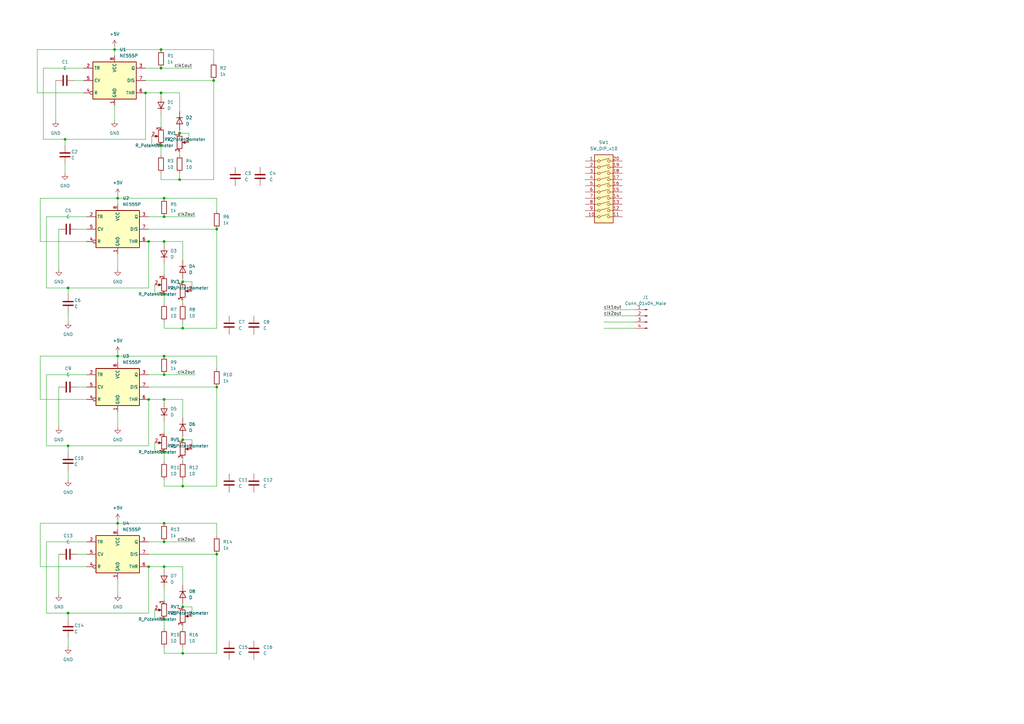
<source format=kicad_sch>
(kicad_sch (version 20211123) (generator eeschema)
  (paper "A3")
  (lib_symbols
    (symbol "4xxx:4001" (pin_names (offset 1.016))
      (property "Reference" "U" (at 0 1.27 0))
      (property "Value" "4001" (at 0 -1.27 0))
      (symbol "4001_1_1"
        (pin input line (at -7.62 2.54 0) (length 4.318) (name "~") (number "1"))
        (pin input line (at -7.62 -2.54 0) (length 4.318) (name "~") (number "2"))
        (pin output inverted (at 7.62 0 180) (length 3.81) (name "~") (number "3"))
      )
      (symbol "4001_1_2"
        (pin input inverted (at -7.62 2.54 0) (length 3.81) (name "~") (number "1"))
        (pin input inverted (at -7.62 -2.54 0) (length 3.81) (name "~") (number "2"))
        (pin output line (at 7.62 0 180) (length 3.81) (name "~") (number "3"))
      )
      (symbol "4001_2_1"
        (pin output inverted (at 7.62 0 180) (length 3.81) (name "~") (number "4"))
        (pin input line (at -7.62 2.54 0) (length 4.318) (name "~") (number "5"))
        (pin input line (at -7.62 -2.54 0) (length 4.318) (name "~") (number "6"))
      )
      (symbol "4001_2_2"
        (pin output line (at 7.62 0 180) (length 3.81) (name "~") (number "4"))
        (pin input inverted (at -7.62 2.54 0) (length 3.81) (name "~") (number "5"))
        (pin input inverted (at -7.62 -2.54 0) (length 3.81) (name "~") (number "6"))
      )
      (symbol "4001_3_1"
        (pin output inverted (at 7.62 0 180) (length 3.81) (name "~") (number "10"))
        (pin input line (at -7.62 2.54 0) (length 4.318) (name "~") (number "8"))
        (pin input line (at -7.62 -2.54 0) (length 4.318) (name "~") (number "9"))
      )
      (symbol "4001_3_2"
        (pin output line (at 7.62 0 180) (length 3.81) (name "~") (number "10"))
        (pin input inverted (at -7.62 2.54 0) (length 3.81) (name "~") (number "8"))
        (pin input inverted (at -7.62 -2.54 0) (length 3.81) (name "~") (number "9"))
      )
      (symbol "4001_4_1"
        (pin output inverted (at 7.62 0 180) (length 3.81) (name "~") (number "11"))
        (pin input line (at -7.62 2.54 0) (length 4.318) (name "~") (number "12"))
        (pin input line (at -7.62 -2.54 0) (length 4.318) (name "~") (number "13"))
      )
      (symbol "4001_4_2"
        (pin output line (at 7.62 0 180) (length 3.81) (name "~") (number "11"))
        (pin input inverted (at -7.62 2.54 0) (length 3.81) (name "~") (number "12"))
        (pin input inverted (at -7.62 -2.54 0) (length 3.81) (name "~") (number "13"))
      )
      (symbol "4001_5_0"
        (pin power_in line (at 0 12.7 270) (length 5.08) (name "VDD") (number "14"))
        (pin power_in line (at 0 -12.7 90) (length 5.08) (name "VSS") (number "7"))
      )
    )
    (symbol "4xxx:4011" (pin_names (offset 1.016))
      (property "Reference" "U" (at 0 1.27 0))
      (property "Value" "4011" (at 0 -1.27 0))
      (symbol "4011_1_1"
        (pin input line (at -7.62 2.54 0) (length 3.81) (name "~") (number "1"))
        (pin input line (at -7.62 -2.54 0) (length 3.81) (name "~") (number "2"))
        (pin output inverted (at 7.62 0 180) (length 3.81) (name "~") (number "3"))
      )
      (symbol "4011_1_2"
        (pin input inverted (at -7.62 2.54 0) (length 4.318) (name "~") (number "1"))
        (pin input inverted (at -7.62 -2.54 0) (length 4.318) (name "~") (number "2"))
        (pin output line (at 7.62 0 180) (length 3.81) (name "~") (number "3"))
      )
      (symbol "4011_2_1"
        (pin output inverted (at 7.62 0 180) (length 3.81) (name "~") (number "4"))
        (pin input line (at -7.62 2.54 0) (length 3.81) (name "~") (number "5"))
        (pin input line (at -7.62 -2.54 0) (length 3.81) (name "~") (number "6"))
      )
      (symbol "4011_2_2"
        (pin output line (at 7.62 0 180) (length 3.81) (name "~") (number "4"))
        (pin input inverted (at -7.62 2.54 0) (length 4.318) (name "~") (number "5"))
        (pin input inverted (at -7.62 -2.54 0) (length 4.318) (name "~") (number "6"))
      )
      (symbol "4011_3_1"
        (pin output inverted (at 7.62 0 180) (length 3.81) (name "~") (number "10"))
        (pin input line (at -7.62 2.54 0) (length 3.81) (name "~") (number "8"))
        (pin input line (at -7.62 -2.54 0) (length 3.81) (name "~") (number "9"))
      )
      (symbol "4011_3_2"
        (pin output line (at 7.62 0 180) (length 3.81) (name "~") (number "10"))
        (pin input inverted (at -7.62 2.54 0) (length 4.318) (name "~") (number "8"))
        (pin input inverted (at -7.62 -2.54 0) (length 4.318) (name "~") (number "9"))
      )
      (symbol "4011_4_1"
        (pin output inverted (at 7.62 0 180) (length 3.81) (name "~") (number "11"))
        (pin input line (at -7.62 2.54 0) (length 3.81) (name "~") (number "12"))
        (pin input line (at -7.62 -2.54 0) (length 3.81) (name "~") (number "13"))
      )
      (symbol "4011_4_2"
        (pin output line (at 7.62 0 180) (length 3.81) (name "~") (number "11"))
        (pin input inverted (at -7.62 2.54 0) (length 4.318) (name "~") (number "12"))
        (pin input inverted (at -7.62 -2.54 0) (length 4.318) (name "~") (number "13"))
      )
      (symbol "4011_5_0"
        (pin power_in line (at 0 12.7 270) (length 5.08) (name "VDD") (number "14"))
        (pin power_in line (at 0 -12.7 90) (length 5.08) (name "VSS") (number "7"))
      )
    )
    (symbol "4xxx:4017" (pin_names (offset 1.016))
      (property "Reference" "U" (at -7.62 16.51 0))
      (property "Value" "4017" (at -7.62 -19.05 0))
      (symbol "4017_1_0"
        (pin output line (at 12.7 0 180) (length 5.08) (name "Q5") (number "1"))
        (pin output line (at 12.7 2.54 180) (length 5.08) (name "Q4") (number "10"))
        (pin output line (at 12.7 -10.16 180) (length 5.08) (name "Q9") (number "11"))
        (pin output line (at 12.7 -15.24 180) (length 5.08) (name "Cout") (number "12"))
        (pin input inverted (at -12.7 10.16 0) (length 5.08) (name "CKEN") (number "13"))
        (pin input clock (at -12.7 12.7 0) (length 5.08) (name "CLK") (number "14"))
        (pin input line (at -12.7 5.08 0) (length 5.08) (name "Reset") (number "15"))
        (pin power_in line (at 0 20.32 270) (length 5.08) (name "VDD") (number "16"))
        (pin output line (at 12.7 10.16 180) (length 5.08) (name "Q1") (number "2"))
        (pin output line (at 12.7 12.7 180) (length 5.08) (name "Q0") (number "3"))
        (pin output line (at 12.7 7.62 180) (length 5.08) (name "Q2") (number "4"))
        (pin output line (at 12.7 -2.54 180) (length 5.08) (name "Q6") (number "5"))
        (pin output line (at 12.7 -5.08 180) (length 5.08) (name "Q7") (number "6"))
        (pin output line (at 12.7 5.08 180) (length 5.08) (name "Q3") (number "7"))
        (pin power_in line (at 0 -22.86 90) (length 5.08) (name "VSS") (number "8"))
        (pin output line (at 12.7 -7.62 180) (length 5.08) (name "Q8") (number "9"))
      )
    )
    (symbol "4xxx:4020" (pin_names (offset 1.016))
      (property "Reference" "U" (at -7.62 16.51 0))
      (property "Value" "4020" (at -7.62 -19.05 0))
      (symbol "4020_1_0"
        (pin output line (at 12.7 -10.16 180) (length 5.08) (name "Q11") (number "1"))
        (pin input inverted_clock (at -12.7 12.7 0) (length 5.08) (name "CLK") (number "10"))
        (pin input line (at -12.7 7.62 0) (length 5.08) (name "Reset") (number "11"))
        (pin output line (at 12.7 -2.54 180) (length 5.08) (name "Q8") (number "12"))
        (pin output line (at 12.7 0 180) (length 5.08) (name "Q7") (number "13"))
        (pin output line (at 12.7 -5.08 180) (length 5.08) (name "Q9") (number "14"))
        (pin output line (at 12.7 -7.62 180) (length 5.08) (name "Q10") (number "15"))
        (pin power_in line (at 0 20.32 270) (length 5.08) (name "VDD") (number "16"))
        (pin output line (at 12.7 -12.7 180) (length 5.08) (name "Q12") (number "2"))
        (pin output line (at 12.7 -15.24 180) (length 5.08) (name "Q13") (number "3"))
        (pin output line (at 12.7 5.08 180) (length 5.08) (name "Q5") (number "4"))
        (pin output line (at 12.7 7.62 180) (length 5.08) (name "Q4") (number "5"))
        (pin output line (at 12.7 2.54 180) (length 5.08) (name "Q6") (number "6"))
        (pin output line (at 12.7 10.16 180) (length 5.08) (name "Q3") (number "7"))
        (pin power_in line (at 0 -22.86 90) (length 5.08) (name "VSS") (number "8"))
        (pin output line (at 12.7 12.7 180) (length 5.08) (name "Q0") (number "9"))
      )
    )
    (symbol "4xxx:4076" (pin_names (offset 1.016))
      (property "Reference" "U" (at -7.62 16.51 0))
      (property "Value" "4076" (at -7.62 -19.05 0))
      (symbol "4076_1_0"
        (pin input line (at -12.7 0 0) (length 5.08) (name "M") (number "1"))
        (pin input line (at -12.7 -7.62 0) (length 5.08) (name "G2") (number "10"))
        (pin tri_state line (at 12.7 5.08 180) (length 5.08) (name "Q4") (number "11"))
        (pin tri_state line (at 12.7 7.62 180) (length 5.08) (name "Q3") (number "12"))
        (pin tri_state line (at 12.7 10.16 180) (length 5.08) (name "Q2") (number "13"))
        (pin tri_state line (at 12.7 12.7 180) (length 5.08) (name "Q1") (number "14"))
        (pin input line (at -12.7 -13.97 0) (length 5.08) (name "Reset") (number "15"))
        (pin power_in line (at 0 20.32 270) (length 5.08) (name "VCC") (number "16"))
        (pin input line (at -12.7 -2.54 0) (length 5.08) (name "N") (number "2"))
        (pin input line (at -12.7 12.7 0) (length 5.08) (name "D1") (number "3"))
        (pin input line (at -12.7 10.16 0) (length 5.08) (name "D2") (number "4"))
        (pin input line (at -12.7 7.62 0) (length 5.08) (name "D3") (number "5"))
        (pin tri_state line (at -12.7 5.08 0) (length 5.08) (name "D4") (number "6"))
        (pin input clock (at -12.7 -11.43 0) (length 5.08) (name "Clk") (number "7"))
        (pin power_in line (at 0 -22.86 90) (length 5.08) (name "GND") (number "8"))
        (pin input line (at -12.7 -5.08 0) (length 5.08) (name "G1") (number "9"))
      )
    )
    (symbol "74xx:74HC240"
      (property "Reference" "U" (at -7.62 16.51 0))
      (property "Value" "74HC240" (at -7.62 -16.51 0))
      (symbol "74HC240_1_0"
        (pin input inverted (at -12.7 -10.16 0) (length 5.08) (name "1OE") (number "1"))
        (pin power_in line (at 0 -20.32 90) (length 5.08) (name "GND") (number "10"))
        (pin input line (at -12.7 -5.08 0) (length 5.08) (name "2A3") (number "11"))
        (pin tri_state line (at 12.7 5.08 180) (length 5.08) (name "1Y3") (number "12"))
        (pin input line (at -12.7 -2.54 0) (length 5.08) (name "2A2") (number "13"))
        (pin tri_state line (at 12.7 7.62 180) (length 5.08) (name "1Y2") (number "14"))
        (pin input line (at -12.7 0 0) (length 5.08) (name "2A1") (number "15"))
        (pin tri_state line (at 12.7 10.16 180) (length 5.08) (name "1Y1") (number "16"))
        (pin input line (at -12.7 2.54 0) (length 5.08) (name "2A0") (number "17"))
        (pin tri_state line (at 12.7 12.7 180) (length 5.08) (name "1Y0") (number "18"))
        (pin input inverted (at -12.7 -12.7 0) (length 5.08) (name "2OE") (number "19"))
        (pin input line (at -12.7 12.7 0) (length 5.08) (name "1A0") (number "2"))
        (pin power_in line (at 0 20.32 270) (length 5.08) (name "VCC") (number "20"))
        (pin tri_state line (at 12.7 2.54 180) (length 5.08) (name "2Y0") (number "3"))
        (pin input line (at -12.7 10.16 0) (length 5.08) (name "1A1") (number "4"))
        (pin tri_state line (at 12.7 0 180) (length 5.08) (name "2Y1") (number "5"))
        (pin input line (at -12.7 7.62 0) (length 5.08) (name "1A2") (number "6"))
        (pin tri_state line (at 12.7 -2.54 180) (length 5.08) (name "2Y2") (number "7"))
        (pin input line (at -12.7 5.08 0) (length 5.08) (name "1A3") (number "8"))
        (pin tri_state line (at 12.7 -5.08 180) (length 5.08) (name "2Y3") (number "9"))
      )
    )
    (symbol "Connector:Conn_01x04_Male" (pin_names (offset 1.016) hide)
      (property "Reference" "J" (at 0 5.08 0))
      (property "Value" "Conn_01x04_Male" (at 0 -7.62 0))
      (symbol "Conn_01x04_Male_1_1"
        (pin passive line (at 5.08 2.54 180) (length 3.81) (name "Pin_1") (number "1"))
        (pin passive line (at 5.08 0 180) (length 3.81) (name "Pin_2") (number "2"))
        (pin passive line (at 5.08 -2.54 180) (length 3.81) (name "Pin_3") (number "3"))
        (pin passive line (at 5.08 -5.08 180) (length 3.81) (name "Pin_4") (number "4"))
      )
    )
    (symbol "Device:C" (pin_numbers hide) (pin_names (offset 0.254))
      (property "Reference" "C" (at 0.635 2.54 0))
      (property "Value" "C" (at 0.635 -2.54 0))
      (symbol "C_1_1"
        (pin passive line (at 0 3.81 270) (length 2.794) (name "~") (number "1"))
        (pin passive line (at 0 -3.81 90) (length 2.794) (name "~") (number "2"))
      )
    )
    (symbol "Device:D" (pin_numbers hide) (pin_names (offset 1.016) hide)
      (property "Reference" "D" (at 0 2.54 0))
      (property "Value" "D" (at 0 -2.54 0))
      (symbol "D_1_1"
        (pin passive line (at -3.81 0 0) (length 2.54) (name "K") (number "1"))
        (pin passive line (at 3.81 0 180) (length 2.54) (name "A") (number "2"))
      )
    )
    (symbol "Device:R" (pin_numbers hide) (pin_names (offset 0))
      (property "Reference" "R" (at 2.032 0 90))
      (property "Value" "R" (at 0 0 90))
      (symbol "R_1_1"
        (pin passive line (at 0 3.81 270) (length 1.27) (name "~") (number "1"))
        (pin passive line (at 0 -3.81 90) (length 1.27) (name "~") (number "2"))
      )
    )
    (symbol "Device:R_Potentiometer" (pin_names (offset 1.016) hide)
      (property "Reference" "RV" (at -4.445 0 90))
      (property "Value" "R_Potentiometer" (at -2.54 0 90))
      (symbol "R_Potentiometer_1_1"
        (pin passive line (at 0 3.81 270) (length 1.27) (name "1") (number "1"))
        (pin passive line (at 3.81 0 180) (length 1.27) (name "2") (number "2"))
        (pin passive line (at 0 -3.81 90) (length 1.27) (name "3") (number "3"))
      )
    )
    (symbol "Switch:SW_DIP_x10" (pin_names (offset 0) hide)
      (property "Reference" "SW" (at 0 16.51 0))
      (property "Value" "SW_DIP_x10" (at 0 -13.97 0))
      (symbol "SW_DIP_x10_1_1"
        (pin passive line (at -7.62 12.7 0) (length 5.08) (name "~") (number "1"))
        (pin passive line (at -7.62 -10.16 0) (length 5.08) (name "~") (number "10"))
        (pin passive line (at 7.62 -10.16 180) (length 5.08) (name "~") (number "11"))
        (pin passive line (at 7.62 -7.62 180) (length 5.08) (name "~") (number "12"))
        (pin passive line (at 7.62 -5.08 180) (length 5.08) (name "~") (number "13"))
        (pin passive line (at 7.62 -2.54 180) (length 5.08) (name "~") (number "14"))
        (pin passive line (at 7.62 0 180) (length 5.08) (name "~") (number "15"))
        (pin passive line (at 7.62 2.54 180) (length 5.08) (name "~") (number "16"))
        (pin passive line (at 7.62 5.08 180) (length 5.08) (name "~") (number "17"))
        (pin passive line (at 7.62 7.62 180) (length 5.08) (name "~") (number "18"))
        (pin passive line (at 7.62 10.16 180) (length 5.08) (name "~") (number "19"))
        (pin passive line (at -7.62 10.16 0) (length 5.08) (name "~") (number "2"))
        (pin passive line (at 7.62 12.7 180) (length 5.08) (name "~") (number "20"))
        (pin passive line (at -7.62 7.62 0) (length 5.08) (name "~") (number "3"))
        (pin passive line (at -7.62 5.08 0) (length 5.08) (name "~") (number "4"))
        (pin passive line (at -7.62 2.54 0) (length 5.08) (name "~") (number "5"))
        (pin passive line (at -7.62 0 0) (length 5.08) (name "~") (number "6"))
        (pin passive line (at -7.62 -2.54 0) (length 5.08) (name "~") (number "7"))
        (pin passive line (at -7.62 -5.08 0) (length 5.08) (name "~") (number "8"))
        (pin passive line (at -7.62 -7.62 0) (length 5.08) (name "~") (number "9"))
      )
    )
    (symbol "Timer:NE555P"
      (property "Reference" "U" (at -10.16 8.89 0))
      (property "Value" "NE555P" (at 2.54 8.89 0))
      (symbol "NE555P_0_0"
        (pin power_in line (at 0 -10.16 90) (length 2.54) (name "GND") (number "1"))
        (pin power_in line (at 0 10.16 270) (length 2.54) (name "VCC") (number "8"))
      )
      (symbol "NE555P_1_1"
        (pin input line (at -12.7 5.08 0) (length 3.81) (name "TR") (number "2"))
        (pin output line (at 12.7 5.08 180) (length 3.81) (name "Q") (number "3"))
        (pin input inverted (at -12.7 -5.08 0) (length 3.81) (name "R") (number "4"))
        (pin input line (at -12.7 0 0) (length 3.81) (name "CV") (number "5"))
        (pin input line (at 12.7 -5.08 180) (length 3.81) (name "THR") (number "6"))
        (pin input line (at 12.7 0 180) (length 3.81) (name "DIS") (number "7"))
      )
    )
    (symbol "power:+5V" (power) (pin_names (offset 0))
      (property "Value" "+5V" (at 0 3.556 0))
      (symbol "+5V_1_1"
        (pin power_in line (at 0 0 90) (length 0) hide (name "+5V") (number "1"))
      )
    )
    (symbol "power:GND" (power) (pin_names (offset 0))
      (property "Value" "GND" (at 0 -3.81 0))
      (symbol "GND_1_1"
        (pin power_in line (at 0 0 270) (length 0) hide (name "GND") (number "1"))
      )
    )
  )
  (junction (at 449.58 430.53))
  (junction (at 27.94 182.88))
  (junction (at 67.31 120.65))
  (junction (at 48.26 214.63))
  (junction (at 27.94 251.46))
  (junction (at 66.04 27.94))
  (junction (at 73.66 54.61))
  (junction (at 48.26 146.05))
  (junction (at 67.31 232.41))
  (junction (at 60.96 232.41))
  (junction (at 67.31 163.83))
  (junction (at 59.69 38.1))
  (junction (at 73.66 73.66))
  (junction (at 67.31 146.05))
  (junction (at 87.63 33.02))
  (junction (at 444.5 381))
  (junction (at 67.31 214.63))
  (junction (at 88.9 158.75))
  (junction (at 449.58 433.07))
  (junction (at 67.31 254))
  (junction (at 67.31 88.9))
  (junction (at 74.93 248.92))
  (junction (at 60.96 99.06))
  (junction (at 88.9 93.98))
  (junction (at 406.4 471.17))
  (junction (at 74.93 199.39))
  (junction (at 60.96 163.83))
  (junction (at 67.31 222.25))
  (junction (at 74.93 267.97))
  (junction (at 46.99 20.32))
  (junction (at 66.04 59.69))
  (junction (at 66.04 20.32))
  (junction (at 67.31 99.06))
  (junction (at 74.93 180.34))
  (junction (at 384.81 396.24))
  (junction (at 26.67 57.15))
  (junction (at 48.26 81.28))
  (junction (at 67.31 153.67))
  (junction (at 67.31 81.28))
  (junction (at 429.26 378.46))
  (junction (at 27.94 118.11))
  (junction (at 66.04 38.1))
  (junction (at 74.93 115.57))
  (junction (at 67.31 185.42))
  (junction (at 88.9 227.33))
  (junction (at 449.58 427.99))
  (junction (at 74.93 134.62))
  (wire (pts (xy 429.26 378.46) (xy 449.58 378.46)))
  (wire (pts (xy 449.58 427.99) (xy 449.58 430.53)))
  (wire (pts (xy 27.94 261.62) (xy 27.94 265.43)))
  (wire (pts (xy 77.47 58.42) (xy 77.47 54.61)))
  (wire (pts (xy 16.51 99.06) (xy 16.51 81.28)))
  (wire (pts (xy 77.47 54.61) (xy 73.66 54.61)))
  (wire (pts (xy 67.31 134.62) (xy 74.93 134.62)))
  (wire (pts (xy 19.05 153.67) (xy 35.56 153.67)))
  (wire (pts (xy 74.93 114.3) (xy 74.93 115.57)))
  (wire (pts (xy 17.78 27.94) (xy 34.29 27.94)))
  (wire (pts (xy 59.69 27.94) (xy 66.04 27.94)))
  (wire (pts (xy 443.23 441.96) (xy 449.58 441.96)))
  (wire (pts (xy 46.99 20.32) (xy 66.04 20.32)))
  (wire (pts (xy 405.13 459.74) (xy 405.13 461.01)))
  (wire (pts (xy 26.67 57.15) (xy 17.78 57.15)))
  (wire (pts (xy 74.93 132.08) (xy 74.93 134.62)))
  (wire (pts (xy 26.67 57.15) (xy 26.67 59.69)))
  (wire (pts (xy 31.75 158.75) (xy 35.56 158.75)))
  (wire (pts (xy 406.4 471.17) (xy 411.48 471.17)))
  (wire (pts (xy 480.06 415.29) (xy 474.98 415.29)))
  (wire (pts (xy 74.93 134.62) (xy 88.9 134.62)))
  (wire (pts (xy 66.04 59.69) (xy 66.04 63.5)))
  (wire (pts (xy 34.29 38.1) (xy 15.24 38.1)))
  (wire (pts (xy 67.31 146.05) (xy 88.9 146.05)))
  (wire (pts (xy 377.19 396.24) (xy 384.81 396.24)))
  (wire (pts (xy 520.7 406.4) (xy 520.7 410.21)))
  (wire (pts (xy 449.58 433.07) (xy 449.58 435.61)))
  (wire (pts (xy 67.31 153.67) (xy 80.01 153.67)))
  (wire (pts (xy 60.96 227.33) (xy 88.9 227.33)))
  (wire (pts (xy 78.74 248.92) (xy 74.93 248.92)))
  (wire (pts (xy 67.31 99.06) (xy 67.31 100.33)))
  (wire (pts (xy 27.94 182.88) (xy 27.94 185.42)))
  (wire (pts (xy 74.93 267.97) (xy 88.9 267.97)))
  (wire (pts (xy 66.04 20.32) (xy 87.63 20.32)))
  (wire (pts (xy 67.31 232.41) (xy 67.31 233.68)))
  (wire (pts (xy 74.93 199.39) (xy 88.9 199.39)))
  (wire (pts (xy 46.99 19.05) (xy 46.99 20.32)))
  (wire (pts (xy 46.99 20.32) (xy 46.99 22.86)))
  (wire (pts (xy 48.26 237.49) (xy 48.26 243.84)))
  (wire (pts (xy 462.28 388.62) (xy 462.28 394.97)))
  (wire (pts (xy 48.26 168.91) (xy 48.26 175.26)))
  (wire (pts (xy 66.04 38.1) (xy 73.66 38.1)))
  (wire (pts (xy 260.35 134.62) (xy 247.65 134.62)))
  (wire (pts (xy 60.96 163.83) (xy 67.31 163.83)))
  (wire (pts (xy 60.96 99.06) (xy 67.31 99.06)))
  (wire (pts (xy 66.04 73.66) (xy 73.66 73.66)))
  (wire (pts (xy 62.23 55.88) (xy 62.23 59.69)))
  (wire (pts (xy 63.5 250.19) (xy 63.5 254)))
  (wire (pts (xy 424.18 445.77) (xy 424.18 449.58)))
  (wire (pts (xy 87.63 25.4) (xy 87.63 20.32)))
  (wire (pts (xy 443.23 427.99) (xy 443.23 429.26)))
  (wire (pts (xy 30.48 33.02) (xy 34.29 33.02)))
  (wire (pts (xy 436.88 381) (xy 444.5 381)))
  (wire (pts (xy 35.56 163.83) (xy 16.51 163.83)))
  (wire (pts (xy 67.31 163.83) (xy 74.93 163.83)))
  (wire (pts (xy 27.94 128.27) (xy 27.94 132.08)))
  (wire (pts (xy 27.94 251.46) (xy 60.96 251.46)))
  (wire (pts (xy 48.26 214.63) (xy 67.31 214.63)))
  (wire (pts (xy 67.31 120.65) (xy 67.31 124.46)))
  (wire (pts (xy 67.31 196.85) (xy 67.31 199.39)))
  (wire (pts (xy 27.94 118.11) (xy 19.05 118.11)))
  (wire (pts (xy 63.5 120.65) (xy 67.31 120.65)))
  (wire (pts (xy 48.26 214.63) (xy 48.26 217.17)))
  (wire (pts (xy 59.69 38.1) (xy 59.69 57.15)))
  (wire (pts (xy 27.94 118.11) (xy 60.96 118.11)))
  (wire (pts (xy 411.48 464.82) (xy 411.48 471.17)))
  (wire (pts (xy 260.35 127) (xy 247.65 127)))
  (wire (pts (xy 19.05 182.88) (xy 19.05 153.67)))
  (wire (pts (xy 19.05 88.9) (xy 35.56 88.9)))
  (wire (pts (xy 462.28 450.85) (xy 462.28 457.2)))
  (wire (pts (xy 66.04 46.99) (xy 66.04 52.07)))
  (wire (pts (xy 405.13 459.74) (xy 411.48 459.74)))
  (wire (pts (xy 74.93 196.85) (xy 74.93 199.39)))
  (wire (pts (xy 66.04 71.12) (xy 66.04 73.66)))
  (wire (pts (xy 480.06 417.83) (xy 474.98 417.83)))
  (wire (pts (xy 31.75 227.33) (xy 35.56 227.33)))
  (wire (pts (xy 449.58 430.53) (xy 449.58 433.07)))
  (wire (pts (xy 27.94 182.88) (xy 60.96 182.88)))
  (wire (pts (xy 48.26 81.28) (xy 48.26 83.82)))
  (wire (pts (xy 520.7 435.61) (xy 520.7 441.96)))
  (wire (pts (xy 402.59 420.37) (xy 402.59 426.72)))
  (wire (pts (xy 46.99 43.18) (xy 46.99 49.53)))
  (wire (pts (xy 73.66 71.12) (xy 73.66 73.66)))
  (wire (pts (xy 444.5 388.62) (xy 444.5 389.89)))
  (wire (pts (xy 62.23 59.69) (xy 66.04 59.69)))
  (wire (pts (xy 27.94 251.46) (xy 19.05 251.46)))
  (wire (pts (xy 17.78 57.15) (xy 17.78 27.94)))
  (wire (pts (xy 15.24 38.1) (xy 15.24 20.32)))
  (wire (pts (xy 59.69 38.1) (xy 66.04 38.1)))
  (wire (pts (xy 78.74 184.15) (xy 78.74 180.34)))
  (wire (pts (xy 429.26 386.08) (xy 429.26 387.35)))
  (wire (pts (xy 16.51 214.63) (xy 48.26 214.63)))
  (wire (pts (xy 67.31 99.06) (xy 74.93 99.06)))
  (wire (pts (xy 74.93 247.65) (xy 74.93 248.92)))
  (wire (pts (xy 480.06 422.91) (xy 474.98 422.91)))
  (wire (pts (xy 15.24 20.32) (xy 46.99 20.32)))
  (wire (pts (xy 88.9 93.98) (xy 88.9 134.62)))
  (wire (pts (xy 444.5 381) (xy 449.58 381)))
  (wire (pts (xy 260.35 132.08) (xy 247.65 132.08)))
  (wire (pts (xy 384.81 396.24) (xy 389.89 396.24)))
  (wire (pts (xy 63.5 185.42) (xy 67.31 185.42)))
  (wire (pts (xy 67.31 241.3) (xy 67.31 246.38)))
  (wire (pts (xy 60.96 153.67) (xy 67.31 153.67)))
  (wire (pts (xy 389.89 389.89) (xy 389.89 396.24)))
  (wire (pts (xy 35.56 99.06) (xy 16.51 99.06)))
  (wire (pts (xy 444.5 417.83) (xy 449.58 417.83)))
  (wire (pts (xy 384.81 403.86) (xy 384.81 405.13)))
  (wire (pts (xy 19.05 118.11) (xy 19.05 88.9)))
  (wire (pts (xy 74.93 240.03) (xy 74.93 232.41)))
  (wire (pts (xy 480.06 420.37) (xy 474.98 420.37)))
  (wire (pts (xy 66.04 38.1) (xy 66.04 39.37)))
  (wire (pts (xy 16.51 163.83) (xy 16.51 146.05)))
  (wire (pts (xy 78.74 180.34) (xy 74.93 180.34)))
  (wire (pts (xy 16.51 232.41) (xy 16.51 214.63)))
  (wire (pts (xy 60.96 222.25) (xy 67.31 222.25)))
  (wire (pts (xy 48.26 104.14) (xy 48.26 110.49)))
  (wire (pts (xy 499.11 435.61) (xy 499.11 441.96)))
  (wire (pts (xy 60.96 232.41) (xy 60.96 251.46)))
  (wire (pts (xy 421.64 378.46) (xy 429.26 378.46)))
  (wire (pts (xy 443.23 427.99) (xy 449.58 427.99)))
  (wire (pts (xy 16.51 81.28) (xy 48.26 81.28)))
  (wire (pts (xy 73.66 73.66) (xy 87.63 73.66)))
  (wire (pts (xy 67.31 267.97) (xy 74.93 267.97)))
  (wire (pts (xy 24.13 227.33) (xy 24.13 243.84)))
  (wire (pts (xy 67.31 88.9) (xy 80.01 88.9)))
  (wire (pts (xy 60.96 93.98) (xy 88.9 93.98)))
  (wire (pts (xy 74.93 106.68) (xy 74.93 99.06)))
  (wire (pts (xy 59.69 33.02) (xy 87.63 33.02)))
  (wire (pts (xy 74.93 256.54) (xy 74.93 257.81)))
  (wire (pts (xy 444.5 422.91) (xy 449.58 422.91)))
  (wire (pts (xy 48.26 80.01) (xy 48.26 81.28)))
  (wire (pts (xy 73.66 62.23) (xy 73.66 63.5)))
  (wire (pts (xy 402.59 373.38) (xy 402.59 377.19)))
  (wire (pts (xy 444.5 415.29) (xy 449.58 415.29)))
  (wire (pts (xy 67.31 265.43) (xy 67.31 267.97)))
  (wire (pts (xy 87.63 33.02) (xy 87.63 73.66)))
  (wire (pts (xy 88.9 151.13) (xy 88.9 146.05)))
  (wire (pts (xy 26.67 57.15) (xy 59.69 57.15)))
  (wire (pts (xy 35.56 232.41) (xy 16.51 232.41)))
  (wire (pts (xy 60.96 232.41) (xy 67.31 232.41)))
  (wire (pts (xy 499.11 406.4) (xy 499.11 410.21)))
  (wire (pts (xy 60.96 99.06) (xy 60.96 118.11)))
  (wire (pts (xy 27.94 251.46) (xy 27.94 254)))
  (wire (pts (xy 88.9 219.71) (xy 88.9 214.63)))
  (wire (pts (xy 67.31 81.28) (xy 88.9 81.28)))
  (wire (pts (xy 48.26 81.28) (xy 67.31 81.28)))
  (wire (pts (xy 67.31 222.25) (xy 80.01 222.25)))
  (wire (pts (xy 67.31 163.83) (xy 67.31 165.1)))
  (wire (pts (xy 22.86 33.02) (xy 22.86 49.53)))
  (wire (pts (xy 60.96 158.75) (xy 88.9 158.75)))
  (wire (pts (xy 19.05 222.25) (xy 35.56 222.25)))
  (wire (pts (xy 63.5 254) (xy 67.31 254)))
  (wire (pts (xy 67.31 214.63) (xy 88.9 214.63)))
  (wire (pts (xy 260.35 129.54) (xy 247.65 129.54)))
  (wire (pts (xy 67.31 185.42) (xy 67.31 189.23)))
  (wire (pts (xy 67.31 254) (xy 67.31 257.81)))
  (wire (pts (xy 63.5 181.61) (xy 63.5 185.42)))
  (wire (pts (xy 74.93 171.45) (xy 74.93 163.83)))
  (wire (pts (xy 48.26 213.36) (xy 48.26 214.63)))
  (wire (pts (xy 67.31 172.72) (xy 67.31 177.8)))
  (wire (pts (xy 67.31 199.39) (xy 74.93 199.39)))
  (wire (pts (xy 74.93 123.19) (xy 74.93 124.46)))
  (wire (pts (xy 88.9 227.33) (xy 88.9 267.97)))
  (wire (pts (xy 60.96 163.83) (xy 60.96 182.88)))
  (wire (pts (xy 462.28 344.17) (xy 462.28 347.98)))
  (wire (pts (xy 424.18 492.76) (xy 424.18 499.11)))
  (wire (pts (xy 60.96 88.9) (xy 67.31 88.9)))
  (wire (pts (xy 78.74 115.57) (xy 74.93 115.57)))
  (wire (pts (xy 27.94 182.88) (xy 19.05 182.88)))
  (wire (pts (xy 74.93 187.96) (xy 74.93 189.23)))
  (wire (pts (xy 88.9 158.75) (xy 88.9 199.39)))
  (wire (pts (xy 67.31 132.08) (xy 67.31 134.62)))
  (wire (pts (xy 398.78 471.17) (xy 406.4 471.17)))
  (wire (pts (xy 444.5 420.37) (xy 449.58 420.37)))
  (wire (pts (xy 74.93 179.07) (xy 74.93 180.34)))
  (wire (pts (xy 31.75 93.98) (xy 35.56 93.98)))
  (wire (pts (xy 406.4 478.79) (xy 406.4 480.06)))
  (wire (pts (xy 66.04 27.94) (xy 78.74 27.94)))
  (wire (pts (xy 24.13 158.75) (xy 24.13 175.26)))
  (wire (pts (xy 73.66 53.34) (xy 73.66 54.61)))
  (wire (pts (xy 443.23 441.96) (xy 443.23 443.23)))
  (wire (pts (xy 73.66 45.72) (xy 73.66 38.1)))
  (wire (pts (xy 27.94 118.11) (xy 27.94 120.65)))
  (wire (pts (xy 26.67 67.31) (xy 26.67 71.12)))
  (wire (pts (xy 16.51 146.05) (xy 48.26 146.05)))
  (wire (pts (xy 48.26 146.05) (xy 67.31 146.05)))
  (wire (pts (xy 48.26 146.05) (xy 48.26 148.59)))
  (wire (pts (xy 48.26 144.78) (xy 48.26 146.05)))
  (wire (pts (xy 24.13 93.98) (xy 24.13 110.49)))
  (wire (pts (xy 78.74 119.38) (xy 78.74 115.57)))
  (wire (pts (xy 78.74 252.73) (xy 78.74 248.92)))
  (wire (pts (xy 27.94 193.04) (xy 27.94 196.85)))
  (wire (pts (xy 88.9 86.36) (xy 88.9 81.28)))
  (wire (pts (xy 67.31 232.41) (xy 74.93 232.41)))
  (wire (pts (xy 74.93 265.43) (xy 74.93 267.97)))
  (wire (pts (xy 63.5 116.84) (xy 63.5 120.65)))
  (wire (pts (xy 19.05 251.46) (xy 19.05 222.25)))
  (wire (pts (xy 67.31 107.95) (xy 67.31 113.03)))
  (label "clk1out" (at 78.74 27.94 180))
  (label "clk2out" (at 80.01 88.9 180))
  (label "clk2out" (at 247.65 129.54 0))
  (label "clk1out" (at 247.65 127 0))
  (label "clk2out" (at 80.01 153.67 180))
  (label "clk2out" (at 80.01 222.25 180))
  (symbol (lib_id "Device:R") (at 88.9 223.52 180) (unit 1)
    (property "Reference" "R14" (at 91.44 222.2499 0) (effects (justify right)))
    (property "Value" "1k" (at 91.44 224.7899 0) (effects (justify right)))
    (property "Footprint" "Resistor_THT:R_Axial_DIN0204_L3.6mm_D1.6mm_P5.08mm_Horizontal" (effects hide))
  )
  (symbol (lib_id "Device:R") (at 88.9 154.94 180) (unit 1)
    (property "Reference" "R10" (at 91.44 153.6699 0) (effects (justify right)))
    (property "Value" "1k" (at 91.44 156.2099 0) (effects (justify right)))
    (property "Footprint" "Resistor_THT:R_Axial_DIN0204_L3.6mm_D1.6mm_P5.08mm_Horizontal" (effects hide))
  )
  (symbol (lib_id "Device:D") (at 74.93 175.26 270) (unit 1)
    (property "Reference" "D6" (at 77.47 173.9899 90) (effects (justify left)))
    (property "Value" "D" (at 77.47 176.5299 90) (effects (justify left)))
    (property "Footprint" "Diode_THT:D_A-405_P5.08mm_Vertical_AnodeUp" (effects hide))
  )
  (symbol (lib_id "4xxx:4020") (at 402.59 397.51 0) (unit 1)
    (property "Reference" "U8" (at 404.6094 377.19 0) (effects (justify left)))
    (property "Value" "4020" (at 404.6094 379.73 0) (effects (justify left)))
    (property "Footprint" "Package_DIP:DIP-16_W7.62mm_Socket_LongPads" (effects hide))
    (property "Datasheet" "http://www.intersil.com/content/dam/Intersil/documents/cd40/cd4020bms-24bms-40bms.pdf" (effects hide))
  )
  (symbol (lib_id "power:GND") (at 443.23 443.23 0) (unit 1)
    (property "Reference" "#PWR029" (effects hide))
    (property "Value" "GND" (at 443.23 448.31 0))
  )
  (symbol (lib_id "power:GND") (at 27.94 132.08 0) (unit 1)
    (property "Reference" "#PWR08" (effects hide))
    (property "Value" "GND" (at 27.94 137.16 0))
  )
  (symbol (lib_id "Connector:Conn_01x04_Male") (at 265.43 129.54 0) (mirror y) (unit 1)
    (property "Reference" "J1" (at 264.795 121.92 0))
    (property "Value" "Conn_01x04_Male" (at 264.795 124.46 0))
    (property "Footprint" "Connector_PinSocket_2.54mm:PinSocket_1x04_P2.54mm_Vertical" (effects hide))
  )
  (symbol (lib_id "Device:D") (at 67.31 237.49 90) (unit 1)
    (property "Reference" "D7" (at 69.85 236.2199 90) (effects (justify right)))
    (property "Value" "D" (at 69.85 238.7599 90) (effects (justify right)))
    (property "Footprint" "Diode_THT:D_A-405_P5.08mm_Vertical_AnodeUp" (effects hide))
  )
  (symbol (lib_id "Device:R") (at 67.31 261.62 180) (unit 1)
    (property "Reference" "R15" (at 69.85 260.3499 0) (effects (justify right)))
    (property "Value" "10" (at 69.85 262.8899 0) (effects (justify right)))
    (property "Footprint" "Resistor_THT:R_Axial_DIN0204_L3.6mm_D1.6mm_P5.08mm_Horizontal" (effects hide))
  )
  (symbol (lib_id "4xxx:4001") (at 520.7 378.46 0) (unit 3)
    (property "Reference" "U6" (at 520.7 369.57 0))
    (property "Value" "4001" (at 520.7 372.11 0))
    (property "Footprint" "Package_DIP:DIP-14_W7.62mm_Socket_LongPads" (effects hide))
    (property "Datasheet" "http://www.intersil.com/content/dam/Intersil/documents/cd40/cd4000bms-01bms-02bms-25bms.pdf" (effects hide))
  )
  (symbol (lib_id "power:GND") (at 48.26 110.49 0) (unit 1)
    (property "Reference" "#PWR07" (effects hide))
    (property "Value" "GND" (at 48.26 115.57 0))
  )
  (symbol (lib_id "Device:R_Potentiometer") (at 67.31 250.19 180) (unit 1)
    (property "Reference" "RV7" (at 69.85 248.9199 0) (effects (justify right)))
    (property "Value" "R_Potentiometer" (at 69.85 251.4599 0) (effects (justify right)))
    (property "Footprint" "Potentiometer_THT:Potentiometer_Bourns_3386C_Horizontal" (effects hide))
  )
  (symbol (lib_id "Device:C") (at 93.98 133.35 180) (unit 1)
    (property "Reference" "C7" (at 97.79 132.0799 0) (effects (justify right)))
    (property "Value" "C" (at 97.79 134.6199 0) (effects (justify right)))
    (property "Footprint" "Capacitor_THT:C_Disc_D5.0mm_W2.5mm_P2.50mm" (effects hide))
  )
  (symbol (lib_id "Device:C") (at 104.14 266.7 180) (unit 1)
    (property "Reference" "C16" (at 107.95 265.4299 0) (effects (justify right)))
    (property "Value" "C" (at 107.95 267.9699 0) (effects (justify right)))
    (property "Footprint" "Capacitor_THT:C_Disc_D5.0mm_W2.5mm_P2.50mm" (effects hide))
  )
  (symbol (lib_id "Device:R") (at 429.26 382.27 0) (unit 1)
    (property "Reference" "R17" (at 431.8 380.9999 0) (effects (justify left)))
    (property "Value" "1k" (at 431.8 383.5399 0) (effects (justify left)))
    (property "Footprint" "Resistor_THT:R_Axial_DIN0204_L3.6mm_D1.6mm_P5.08mm_Horizontal" (effects hide))
  )
  (symbol (lib_id "power:GND") (at 27.94 196.85 0) (unit 1)
    (property "Reference" "#PWR012" (effects hide))
    (property "Value" "GND" (at 27.94 201.93 0))
  )
  (symbol (lib_id "power:+5V") (at 48.26 144.78 0) (unit 1)
    (property "Reference" "#PWR09" (effects hide))
    (property "Value" "+5V" (at 48.26 139.7 0))
  )
  (symbol (lib_id "4xxx:4001") (at 520.7 422.91 0) (unit 5)
    (property "Reference" "U6" (at 527.05 421.6399 0) (effects (justify left)))
    (property "Value" "4001" (at 527.05 424.1799 0) (effects (justify left)))
    (property "Footprint" "Package_DIP:DIP-14_W7.62mm_Socket_LongPads" (effects hide))
    (property "Datasheet" "http://www.intersil.com/content/dam/Intersil/documents/cd40/cd4000bms-01bms-02bms-25bms.pdf" (effects hide))
  )
  (symbol (lib_id "Device:C") (at 93.98 198.12 180) (unit 1)
    (property "Reference" "C11" (at 97.79 196.8499 0) (effects (justify right)))
    (property "Value" "C" (at 97.79 199.3899 0) (effects (justify right)))
    (property "Footprint" "Capacitor_THT:C_Disc_D5.0mm_W2.5mm_P2.50mm" (effects hide))
  )
  (symbol (lib_id "power:GND") (at 462.28 457.2 0) (unit 1)
    (property "Reference" "#PWR031" (effects hide))
    (property "Value" "GND" (at 462.28 462.28 0))
  )
  (symbol (lib_id "4xxx:4011") (at 499.11 392.43 0) (unit 4)
    (property "Reference" "U5" (at 499.11 383.54 0))
    (property "Value" "4011" (at 499.11 386.08 0))
    (property "Footprint" "Package_DIP:DIP-14_W7.62mm_Socket_LongPads" (effects hide))
    (property "Datasheet" "http://www.intersil.com/content/dam/Intersil/documents/cd40/cd4011bms-12bms-23bms.pdf" (effects hide))
  )
  (symbol (lib_id "Device:R") (at 67.31 85.09 0) (unit 1)
    (property "Reference" "R5" (at 69.85 83.8199 0) (effects (justify left)))
    (property "Value" "1k" (at 69.85 86.3599 0) (effects (justify left)))
    (property "Footprint" "Resistor_THT:R_Axial_DIN0204_L3.6mm_D1.6mm_P5.08mm_Horizontal" (effects hide))
  )
  (symbol (lib_id "power:+5V") (at 48.26 80.01 0) (unit 1)
    (property "Reference" "#PWR05" (effects hide))
    (property "Value" "+5V" (at 48.26 74.93 0))
  )
  (symbol (lib_id "Device:C") (at 27.94 257.81 180) (unit 1)
    (property "Reference" "C14" (at 30.48 256.54 0) (effects (justify right)))
    (property "Value" "C" (at 30.48 259.08 0) (effects (justify right)))
    (property "Footprint" "Capacitor_THT:C_Disc_D5.0mm_W2.5mm_P2.50mm" (effects hide))
  )
  (symbol (lib_id "Timer:NE555P") (at 46.99 33.02 0) (unit 1)
    (property "Reference" "U1" (at 49.0094 20.32 0) (effects (justify left)))
    (property "Value" "NE555P" (at 49.0094 22.86 0) (effects (justify left)))
    (property "Footprint" "Package_DIP:DIP-8_W7.62mm" (effects hide))
    (property "Datasheet" "http://www.ti.com/lit/ds/symlink/ne555.pdf" (effects hide))
  )
  (symbol (lib_id "Device:R") (at 74.93 193.04 180) (unit 1)
    (property "Reference" "R12" (at 77.47 191.7699 0) (effects (justify right)))
    (property "Value" "10" (at 77.47 194.3099 0) (effects (justify right)))
    (property "Footprint" "Resistor_THT:R_Axial_DIN0204_L3.6mm_D1.6mm_P5.08mm_Horizontal" (effects hide))
  )
  (symbol (lib_id "power:GND") (at 46.99 49.53 0) (unit 1)
    (property "Reference" "#PWR03" (effects hide))
    (property "Value" "GND" (at 46.99 54.61 0))
  )
  (symbol (lib_id "power:GND") (at 24.13 175.26 0) (unit 1)
    (property "Reference" "#PWR010" (effects hide))
    (property "Value" "GND" (at 24.13 180.34 0))
  )
  (symbol (lib_id "power:GND") (at 405.13 461.01 0) (unit 1)
    (property "Reference" "#PWR032" (effects hide))
    (property "Value" "GND" (at 405.13 466.09 0))
  )
  (symbol (lib_id "Device:D") (at 73.66 49.53 270) (unit 1)
    (property "Reference" "D2" (at 76.2 48.2599 90) (effects (justify left)))
    (property "Value" "D" (at 76.2 50.7999 90) (effects (justify left)))
    (property "Footprint" "Diode_THT:D_A-405_P5.08mm_Vertical_AnodeUp" (effects hide))
  )
  (symbol (lib_id "Device:R") (at 444.5 384.81 0) (unit 1)
    (property "Reference" "R18" (at 447.04 383.5399 0) (effects (justify left)))
    (property "Value" "1k" (at 447.04 386.0799 0) (effects (justify left)))
    (property "Footprint" "Resistor_THT:R_Axial_DIN0204_L3.6mm_D1.6mm_P5.08mm_Horizontal" (effects hide))
  )
  (symbol (lib_id "power:GND") (at 424.18 499.11 0) (unit 1)
    (property "Reference" "#PWR034" (effects hide))
    (property "Value" "GND" (at 424.18 504.19 0))
  )
  (symbol (lib_id "Device:C") (at 26.67 33.02 90) (unit 1)
    (property "Reference" "C1" (at 26.67 25.4 90))
    (property "Value" "C" (at 26.67 27.94 90))
    (property "Footprint" "Capacitor_THT:C_Disc_D5.0mm_W2.5mm_P2.50mm" (effects hide))
  )
  (symbol (lib_id "Timer:NE555P") (at 48.26 227.33 0) (unit 1)
    (property "Reference" "U4" (at 50.2794 214.63 0) (effects (justify left)))
    (property "Value" "NE555P" (at 50.2794 217.17 0) (effects (justify left)))
    (property "Footprint" "Package_DIP:DIP-8_W7.62mm" (effects hide))
    (property "Datasheet" "http://www.ti.com/lit/ds/symlink/ne555.pdf" (effects hide))
  )
  (symbol (lib_id "4xxx:4011") (at 499.11 364.49 0) (unit 2)
    (property "Reference" "U5" (at 499.11 355.6 0))
    (property "Value" "4011" (at 499.11 358.14 0))
    (property "Footprint" "Package_DIP:DIP-14_W7.62mm_Socket_LongPads" (effects hide))
    (property "Datasheet" "http://www.intersil.com/content/dam/Intersil/documents/cd40/cd4011bms-12bms-23bms.pdf" (effects hide))
  )
  (symbol (lib_id "Device:R_Potentiometer") (at 67.31 116.84 180) (unit 1)
    (property "Reference" "RV3" (at 69.85 115.5699 0) (effects (justify right)))
    (property "Value" "R_Potentiometer" (at 69.85 118.1099 0) (effects (justify right)))
    (property "Footprint" "Potentiometer_THT:Potentiometer_Bourns_3386C_Horizontal" (effects hide))
  )
  (symbol (lib_id "Device:R_Potentiometer") (at 74.93 184.15 0) (unit 1)
    (property "Reference" "RV6" (at 72.39 182.8799 0) (effects (justify right)))
    (property "Value" "R_Potentiometer" (at 72.39 185.4199 0) (effects (justify right)))
    (property "Footprint" "Potentiometer_THT:Potentiometer_Bourns_3386C_Horizontal" (effects hide))
  )
  (symbol (lib_id "4xxx:4001") (at 520.7 350.52 0) (unit 1)
    (property "Reference" "U6" (at 520.7 341.63 0))
    (property "Value" "4001" (at 520.7 344.17 0))
    (property "Footprint" "Package_DIP:DIP-14_W7.62mm_Socket_LongPads" (effects hide))
    (property "Datasheet" "http://www.intersil.com/content/dam/Intersil/documents/cd40/cd4000bms-01bms-02bms-25bms.pdf" (effects hide))
  )
  (symbol (lib_id "power:GND") (at 48.26 175.26 0) (unit 1)
    (property "Reference" "#PWR011" (effects hide))
    (property "Value" "GND" (at 48.26 180.34 0))
  )
  (symbol (lib_id "Device:D") (at 74.93 110.49 270) (unit 1)
    (property "Reference" "D4" (at 77.47 109.2199 90) (effects (justify left)))
    (property "Value" "D" (at 77.47 111.7599 90) (effects (justify left)))
    (property "Footprint" "Diode_THT:D_A-405_P5.08mm_Vertical_AnodeUp" (effects hide))
  )
  (symbol (lib_id "Device:C") (at 96.52 72.39 180) (unit 1)
    (property "Reference" "C3" (at 100.33 71.1199 0) (effects (justify right)))
    (property "Value" "C" (at 100.33 73.6599 0) (effects (justify right)))
    (property "Footprint" "Capacitor_THT:C_Disc_D5.0mm_W2.5mm_P2.50mm" (effects hide))
  )
  (symbol (lib_id "Device:C") (at 27.94 93.98 90) (unit 1)
    (property "Reference" "C5" (at 27.94 86.36 90))
    (property "Value" "C" (at 27.94 88.9 90))
    (property "Footprint" "Capacitor_THT:C_Disc_D5.0mm_W2.5mm_P2.50mm" (effects hide))
  )
  (symbol (lib_id "Device:R") (at 87.63 29.21 180) (unit 1)
    (property "Reference" "R2" (at 90.17 27.9399 0) (effects (justify right)))
    (property "Value" "1k" (at 90.17 30.4799 0) (effects (justify right)))
    (property "Footprint" "Resistor_THT:R_Axial_DIN0204_L3.6mm_D1.6mm_P5.08mm_Horizontal" (effects hide))
  )
  (symbol (lib_id "74xx:74HC240") (at 462.28 368.3 0) (unit 1)
    (property "Reference" "U7" (at 464.2994 347.98 0) (effects (justify left)))
    (property "Value" "74HC240" (at 464.2994 350.52 0) (effects (justify left)))
    (property "Footprint" "Package_DIP:DIP-20_W7.62mm_Socket_LongPads" (effects hide))
    (property "Datasheet" "https://assets.nexperia.com/documents/data-sheet/74HC_HCT240.pdf" (effects hide))
  )
  (symbol (lib_id "4xxx:4011") (at 499.11 378.46 0) (unit 3)
    (property "Reference" "U5" (at 499.11 369.57 0))
    (property "Value" "4011" (at 499.11 372.11 0))
    (property "Footprint" "Package_DIP:DIP-14_W7.62mm_Socket_LongPads" (effects hide))
    (property "Datasheet" "http://www.intersil.com/content/dam/Intersil/documents/cd40/cd4011bms-12bms-23bms.pdf" (effects hide))
  )
  (symbol (lib_id "Timer:NE555P") (at 48.26 93.98 0) (unit 1)
    (property "Reference" "U2" (at 50.2794 81.28 0) (effects (justify left)))
    (property "Value" "NE555P" (at 50.2794 83.82 0) (effects (justify left)))
    (property "Footprint" "Package_DIP:DIP-8_W7.62mm" (effects hide))
    (property "Datasheet" "http://www.ti.com/lit/ds/symlink/ne555.pdf" (effects hide))
  )
  (symbol (lib_id "power:+5V") (at 499.11 406.4 0) (unit 1)
    (property "Reference" "#PWR023" (effects hide))
    (property "Value" "+5V" (at 499.11 401.32 0))
  )
  (symbol (lib_id "power:GND") (at 499.11 441.96 0) (unit 1)
    (property "Reference" "#PWR027" (effects hide))
    (property "Value" "GND" (at 499.11 447.04 0))
  )
  (symbol (lib_id "power:GND") (at 444.5 389.89 0) (unit 1)
    (property "Reference" "#PWR020" (effects hide))
    (property "Value" "GND" (at 444.5 394.97 0))
  )
  (symbol (lib_id "Device:C") (at 27.94 124.46 180) (unit 1)
    (property "Reference" "C6" (at 30.48 123.19 0) (effects (justify right)))
    (property "Value" "C" (at 30.48 125.73 0) (effects (justify right)))
    (property "Footprint" "Capacitor_THT:C_Disc_D5.0mm_W2.5mm_P2.50mm" (effects hide))
  )
  (symbol (lib_id "power:GND") (at 22.86 49.53 0) (unit 1)
    (property "Reference" "#PWR02" (effects hide))
    (property "Value" "GND" (at 22.86 54.61 0))
  )
  (symbol (lib_id "Device:R") (at 67.31 149.86 0) (unit 1)
    (property "Reference" "R9" (at 69.85 148.5899 0) (effects (justify left)))
    (property "Value" "1k" (at 69.85 151.1299 0) (effects (justify left)))
    (property "Footprint" "Resistor_THT:R_Axial_DIN0204_L3.6mm_D1.6mm_P5.08mm_Horizontal" (effects hide))
  )
  (symbol (lib_id "4xxx:4001") (at 520.7 392.43 0) (unit 4)
    (property "Reference" "U6" (at 520.7 383.54 0))
    (property "Value" "4001" (at 520.7 386.08 0))
    (property "Footprint" "Package_DIP:DIP-14_W7.62mm_Socket_LongPads" (effects hide))
    (property "Datasheet" "http://www.intersil.com/content/dam/Intersil/documents/cd40/cd4000bms-01bms-02bms-25bms.pdf" (effects hide))
  )
  (symbol (lib_id "Device:C") (at 93.98 266.7 180) (unit 1)
    (property "Reference" "C15" (at 97.79 265.4299 0) (effects (justify right)))
    (property "Value" "C" (at 97.79 267.9699 0) (effects (justify right)))
    (property "Footprint" "Capacitor_THT:C_Disc_D5.0mm_W2.5mm_P2.50mm" (effects hide))
  )
  (symbol (lib_id "Device:R") (at 73.66 67.31 180) (unit 1)
    (property "Reference" "R4" (at 76.2 66.0399 0) (effects (justify right)))
    (property "Value" "10" (at 76.2 68.5799 0) (effects (justify right)))
    (property "Footprint" "Resistor_THT:R_Axial_DIN0204_L3.6mm_D1.6mm_P5.08mm_Horizontal" (effects hide))
  )
  (symbol (lib_id "power:GND") (at 24.13 243.84 0) (unit 1)
    (property "Reference" "#PWR014" (effects hide))
    (property "Value" "GND" (at 24.13 248.92 0))
  )
  (symbol (lib_id "4xxx:4001") (at 520.7 364.49 0) (unit 2)
    (property "Reference" "U6" (at 520.7 355.6 0))
    (property "Value" "4001" (at 520.7 358.14 0))
    (property "Footprint" "Package_DIP:DIP-14_W7.62mm_Socket_LongPads" (effects hide))
    (property "Datasheet" "http://www.intersil.com/content/dam/Intersil/documents/cd40/cd4000bms-01bms-02bms-25bms.pdf" (effects hide))
  )
  (symbol (lib_id "Device:R") (at 67.31 128.27 180) (unit 1)
    (property "Reference" "R7" (at 69.85 126.9999 0) (effects (justify right)))
    (property "Value" "10" (at 69.85 129.5399 0) (effects (justify right)))
    (property "Footprint" "Resistor_THT:R_Axial_DIN0204_L3.6mm_D1.6mm_P5.08mm_Horizontal" (effects hide))
  )
  (symbol (lib_id "4xxx:4011") (at 499.11 350.52 0) (unit 1)
    (property "Reference" "U5" (at 499.11 341.63 0))
    (property "Value" "4011" (at 499.11 344.17 0))
    (property "Footprint" "Package_DIP:DIP-14_W7.62mm_Socket_LongPads" (effects hide))
    (property "Datasheet" "http://www.intersil.com/content/dam/Intersil/documents/cd40/cd4011bms-12bms-23bms.pdf" (effects hide))
  )
  (symbol (lib_id "Device:R") (at 74.93 261.62 180) (unit 1)
    (property "Reference" "R16" (at 77.47 260.3499 0) (effects (justify right)))
    (property "Value" "10" (at 77.47 262.8899 0) (effects (justify right)))
    (property "Footprint" "Resistor_THT:R_Axial_DIN0204_L3.6mm_D1.6mm_P5.08mm_Horizontal" (effects hide))
  )
  (symbol (lib_id "Device:C") (at 26.67 63.5 180) (unit 1)
    (property "Reference" "C2" (at 29.21 62.23 0) (effects (justify right)))
    (property "Value" "C" (at 29.21 64.77 0) (effects (justify right)))
    (property "Footprint" "Capacitor_THT:C_Disc_D5.0mm_W2.5mm_P2.50mm" (effects hide))
  )
  (symbol (lib_id "Device:R") (at 74.93 128.27 180) (unit 1)
    (property "Reference" "R8" (at 77.47 126.9999 0) (effects (justify right)))
    (property "Value" "10" (at 77.47 129.5399 0) (effects (justify right)))
    (property "Footprint" "Resistor_THT:R_Axial_DIN0204_L3.6mm_D1.6mm_P5.08mm_Horizontal" (effects hide))
  )
  (symbol (lib_id "power:GND") (at 520.7 441.96 0) (unit 1)
    (property "Reference" "#PWR028" (effects hide))
    (property "Value" "GND" (at 520.7 447.04 0))
  )
  (symbol (lib_id "4xxx:4076") (at 462.28 427.99 0) (unit 1)
    (property "Reference" "U9" (at 464.2994 407.67 0) (effects (justify left)))
    (property "Value" "4076" (at 464.2994 410.21 0) (effects (justify left)))
    (property "Footprint" "Package_DIP:DIP-16_W7.62mm_Socket_LongPads" (effects hide))
  )
  (symbol (lib_id "Device:R_Potentiometer") (at 73.66 58.42 0) (unit 1)
    (property "Reference" "RV2" (at 71.12 57.1499 0) (effects (justify right)))
    (property "Value" "R_Potentiometer" (at 71.12 59.6899 0) (effects (justify right)))
    (property "Footprint" "Potentiometer_THT:Potentiometer_Bourns_3386C_Horizontal" (effects hide))
  )
  (symbol (lib_id "power:GND") (at 27.94 265.43 0) (unit 1)
    (property "Reference" "#PWR016" (effects hide))
    (property "Value" "GND" (at 27.94 270.51 0))
  )
  (symbol (lib_id "power:+5V") (at 462.28 344.17 0) (unit 1)
    (property "Reference" "#PWR017" (effects hide))
    (property "Value" "+5V" (at 462.28 339.09 0))
  )
  (symbol (lib_id "Device:C") (at 27.94 189.23 180) (unit 1)
    (property "Reference" "C10" (at 30.48 187.96 0) (effects (justify right)))
    (property "Value" "C" (at 30.48 190.5 0) (effects (justify right)))
    (property "Footprint" "Capacitor_THT:C_Disc_D5.0mm_W2.5mm_P2.50mm" (effects hide))
  )
  (symbol (lib_id "power:GND") (at 26.67 71.12 0) (unit 1)
    (property "Reference" "#PWR04" (effects hide))
    (property "Value" "GND" (at 26.67 76.2 0))
  )
  (symbol (lib_id "Connector:Conn_01x04_Male") (at 485.14 417.83 0) (mirror y) (unit 1)
    (property "Reference" "J3" (at 484.505 410.21 0))
    (property "Value" "Conn_01x04_Male" (at 484.505 412.75 0))
    (property "Footprint" "Connector_PinSocket_2.54mm:PinSocket_1x04_P2.54mm_Vertical" (effects hide))
  )
  (symbol (lib_id "Device:R") (at 67.31 193.04 180) (unit 1)
    (property "Reference" "R11" (at 69.85 191.7699 0) (effects (justify right)))
    (property "Value" "10" (at 69.85 194.3099 0) (effects (justify right)))
    (property "Footprint" "Resistor_THT:R_Axial_DIN0204_L3.6mm_D1.6mm_P5.08mm_Horizontal" (effects hide))
  )
  (symbol (lib_id "power:GND") (at 462.28 394.97 0) (unit 1)
    (property "Reference" "#PWR021" (effects hide))
    (property "Value" "GND" (at 462.28 400.05 0))
  )
  (symbol (lib_id "4xxx:4011") (at 499.11 422.91 0) (unit 5)
    (property "Reference" "U5" (at 505.46 421.6399 0) (effects (justify left)))
    (property "Value" "4011" (at 505.46 424.1799 0) (effects (justify left)))
    (property "Footprint" "Package_DIP:DIP-14_W7.62mm_Socket_LongPads" (effects hide))
    (property "Datasheet" "http://www.intersil.com/content/dam/Intersil/documents/cd40/cd4011bms-12bms-23bms.pdf" (effects hide))
  )
  (symbol (lib_id "Device:C") (at 27.94 158.75 90) (unit 1)
    (property "Reference" "C9" (at 27.94 151.13 90))
    (property "Value" "C" (at 27.94 153.67 90))
    (property "Footprint" "Capacitor_THT:C_Disc_D5.0mm_W2.5mm_P2.50mm" (effects hide))
  )
  (symbol (lib_id "Device:R_Potentiometer") (at 67.31 181.61 180) (unit 1)
    (property "Reference" "RV5" (at 69.85 180.3399 0) (effects (justify right)))
    (property "Value" "R_Potentiometer" (at 69.85 182.8799 0) (effects (justify right)))
    (property "Footprint" "Potentiometer_THT:Potentiometer_Bourns_3386C_Horizontal" (effects hide))
  )
  (symbol (lib_id "power:+5V") (at 520.7 406.4 0) (unit 1)
    (property "Reference" "#PWR024" (effects hide))
    (property "Value" "+5V" (at 520.7 401.32 0))
  )
  (symbol (lib_id "Device:D") (at 66.04 43.18 90) (unit 1)
    (property "Reference" "D1" (at 68.58 41.9099 90) (effects (justify right)))
    (property "Value" "D" (at 68.58 44.4499 90) (effects (justify right)))
    (property "Footprint" "Diode_THT:D_A-405_P5.08mm_Vertical_AnodeUp" (effects hide))
  )
  (symbol (lib_id "Device:C") (at 104.14 133.35 180) (unit 1)
    (property "Reference" "C8" (at 107.95 132.0799 0) (effects (justify right)))
    (property "Value" "C" (at 107.95 134.6199 0) (effects (justify right)))
    (property "Footprint" "Capacitor_THT:C_Disc_D5.0mm_W2.5mm_P2.50mm" (effects hide))
  )
  (symbol (lib_id "power:GND") (at 24.13 110.49 0) (unit 1)
    (property "Reference" "#PWR06" (effects hide))
    (property "Value" "GND" (at 24.13 115.57 0))
  )
  (symbol (lib_id "Device:D") (at 67.31 104.14 90) (unit 1)
    (property "Reference" "D3" (at 69.85 102.8699 90) (effects (justify right)))
    (property "Value" "D" (at 69.85 105.4099 90) (effects (justify right)))
    (property "Footprint" "Diode_THT:D_A-405_P5.08mm_Vertical_AnodeUp" (effects hide))
  )
  (symbol (lib_id "Connector:Conn_01x04_Male") (at 439.42 417.83 0) (unit 1)
    (property "Reference" "J2" (at 440.055 410.21 0))
    (property "Value" "Conn_01x04_Male" (at 440.055 412.75 0))
    (property "Footprint" "Connector_PinSocket_2.54mm:PinSocket_1x04_P2.54mm_Vertical" (effects hide))
  )
  (symbol (lib_id "Device:R") (at 406.4 474.98 0) (unit 1)
    (property "Reference" "R20" (at 408.94 473.7099 0) (effects (justify left)))
    (property "Value" "1k" (at 408.94 476.2499 0) (effects (justify left)))
    (property "Footprint" "Resistor_THT:R_Axial_DIN0204_L3.6mm_D1.6mm_P5.08mm_Horizontal" (effects hide))
  )
  (symbol (lib_id "power:+5V") (at 402.59 373.38 0) (unit 1)
    (property "Reference" "#PWR018" (effects hide))
    (property "Value" "+5V" (at 402.59 368.3 0))
  )
  (symbol (lib_id "Device:C") (at 27.94 227.33 90) (unit 1)
    (property "Reference" "C13" (at 27.94 219.71 90))
    (property "Value" "C" (at 27.94 222.25 90))
    (property "Footprint" "Capacitor_THT:C_Disc_D5.0mm_W2.5mm_P2.50mm" (effects hide))
  )
  (symbol (lib_id "Device:D") (at 74.93 243.84 270) (unit 1)
    (property "Reference" "D8" (at 77.47 242.5699 90) (effects (justify left)))
    (property "Value" "D" (at 77.47 245.1099 90) (effects (justify left)))
    (property "Footprint" "Diode_THT:D_A-405_P5.08mm_Vertical_AnodeUp" (effects hide))
  )
  (symbol (lib_id "Switch:SW_DIP_x10") (at 247.65 78.74 0) (unit 1)
    (property "Reference" "SW1" (at 247.65 58.42 0))
    (property "Value" "SW_DIP_x10" (at 247.65 60.96 0))
  )
  (symbol (lib_id "Device:R") (at 66.04 24.13 0) (unit 1)
    (property "Reference" "R1" (at 68.58 22.8599 0) (effects (justify left)))
    (property "Value" "1k" (at 68.58 25.3999 0) (effects (justify left)))
    (property "Footprint" "Resistor_THT:R_Axial_DIN0204_L3.6mm_D1.6mm_P5.08mm_Horizontal" (effects hide))
  )
  (symbol (lib_id "power:GND") (at 406.4 480.06 0) (unit 1)
    (property "Reference" "#PWR033" (effects hide))
    (property "Value" "GND" (at 406.4 485.14 0))
  )
  (symbol (lib_id "Device:R") (at 66.04 67.31 180) (unit 1)
    (property "Reference" "R3" (at 68.58 66.0399 0) (effects (justify right)))
    (property "Value" "10" (at 68.58 68.5799 0) (effects (justify right)))
    (property "Footprint" "Resistor_THT:R_Axial_DIN0204_L3.6mm_D1.6mm_P5.08mm_Horizontal" (effects hide))
  )
  (symbol (lib_id "power:GND") (at 384.81 405.13 0) (unit 1)
    (property "Reference" "#PWR022" (effects hide))
    (property "Value" "GND" (at 384.81 410.21 0))
  )
  (symbol (lib_id "power:+5V") (at 48.26 213.36 0) (unit 1)
    (property "Reference" "#PWR013" (effects hide))
    (property "Value" "+5V" (at 48.26 208.28 0))
  )
  (symbol (lib_id "Device:C") (at 104.14 198.12 180) (unit 1)
    (property "Reference" "C12" (at 107.95 196.8499 0) (effects (justify right)))
    (property "Value" "C" (at 107.95 199.3899 0) (effects (justify right)))
    (property "Footprint" "Capacitor_THT:C_Disc_D5.0mm_W2.5mm_P2.50mm" (effects hide))
  )
  (symbol (lib_id "power:GND") (at 429.26 387.35 0) (unit 1)
    (property "Reference" "#PWR019" (effects hide))
    (property "Value" "GND" (at 429.26 392.43 0))
  )
  (symbol (lib_id "Timer:NE555P") (at 48.26 158.75 0) (unit 1)
    (property "Reference" "U3" (at 50.2794 146.05 0) (effects (justify left)))
    (property "Value" "NE555P" (at 50.2794 148.59 0) (effects (justify left)))
    (property "Footprint" "Package_DIP:DIP-8_W7.62mm" (effects hide))
    (property "Datasheet" "http://www.ti.com/lit/ds/symlink/ne555.pdf" (effects hide))
  )
  (symbol (lib_id "power:+5V") (at 46.99 19.05 0) (unit 1)
    (property "Reference" "#PWR01" (effects hide))
    (property "Value" "+5V" (at 46.99 13.97 0))
  )
  (symbol (lib_id "power:+5V") (at 424.18 445.77 0) (unit 1)
    (property "Reference" "#PWR030" (effects hide))
    (property "Value" "+5V" (at 424.18 440.69 0))
  )
  (symbol (lib_id "power:GND") (at 48.26 243.84 0) (unit 1)
    (property "Reference" "#PWR015" (effects hide))
    (property "Value" "GND" (at 48.26 248.92 0))
  )
  (symbol (lib_id "Device:R") (at 384.81 400.05 0) (unit 1)
    (property "Reference" "R19" (at 387.35 398.7799 0) (effects (justify left)))
    (property "Value" "1k" (at 387.35 401.3199 0) (effects (justify left)))
    (property "Footprint" "Resistor_THT:R_Axial_DIN0204_L3.6mm_D1.6mm_P5.08mm_Horizontal" (effects hide))
  )
  (symbol (lib_id "Device:R_Potentiometer") (at 74.93 119.38 0) (unit 1)
    (property "Reference" "RV4" (at 72.39 118.1099 0) (effects (justify right)))
    (property "Value" "R_Potentiometer" (at 72.39 120.6499 0) (effects (justify right)))
    (property "Footprint" "Potentiometer_THT:Potentiometer_Bourns_3386C_Horizontal" (effects hide))
  )
  (symbol (lib_id "Device:R") (at 67.31 218.44 0) (unit 1)
    (property "Reference" "R13" (at 69.85 217.1699 0) (effects (justify left)))
    (property "Value" "1k" (at 69.85 219.7099 0) (effects (justify left)))
    (property "Footprint" "Resistor_THT:R_Axial_DIN0204_L3.6mm_D1.6mm_P5.08mm_Horizontal" (effects hide))
  )
  (symbol (lib_id "power:GND") (at 443.23 429.26 0) (unit 1)
    (property "Reference" "#PWR026" (effects hide))
    (property "Value" "GND" (at 443.23 434.34 0))
  )
  (symbol (lib_id "power:GND") (at 402.59 426.72 0) (unit 1)
    (property "Reference" "#PWR025" (effects hide))
    (property "Value" "GND" (at 402.59 431.8 0))
  )
  (symbol (lib_id "Device:D") (at 67.31 168.91 90) (unit 1)
    (property "Reference" "D5" (at 69.85 167.6399 90) (effects (justify right)))
    (property "Value" "D" (at 69.85 170.1799 90) (effects (justify right)))
    (property "Footprint" "Diode_THT:D_A-405_P5.08mm_Vertical_AnodeUp" (effects hide))
  )
  (symbol (lib_id "Device:R_Potentiometer") (at 74.93 252.73 0) (unit 1)
    (property "Reference" "RV8" (at 72.39 251.4599 0) (effects (justify right)))
    (property "Value" "R_Potentiometer" (at 72.39 253.9999 0) (effects (justify right)))
    (property "Footprint" "Potentiometer_THT:Potentiometer_Bourns_3386C_Horizontal" (effects hide))
  )
  (symbol (lib_id "Device:R") (at 88.9 90.17 180) (unit 1)
    (property "Reference" "R6" (at 91.44 88.8999 0) (effects (justify right)))
    (property "Value" "1k" (at 91.44 91.4399 0) (effects (justify right)))
    (property "Footprint" "Resistor_THT:R_Axial_DIN0204_L3.6mm_D1.6mm_P5.08mm_Horizontal" (effects hide))
  )
  (symbol (lib_id "4xxx:4017") (at 424.18 469.9 0) (unit 1)
    (property "Reference" "U10" (at 426.1994 449.58 0) (effects (justify left)))
    (property "Value" "4017" (at 426.1994 452.12 0) (effects (justify left)))
    (property "Footprint" "Package_DIP:DIP-16_W7.62mm_Socket_LongPads" (effects hide))
    (property "Datasheet" "http://www.intersil.com/content/dam/Intersil/documents/cd40/cd4017bms-22bms.pdf" (effects hide))
  )
  (symbol (lib_id "Device:R_Potentiometer") (at 66.04 55.88 180) (unit 1)
    (property "Reference" "RV1" (at 68.58 54.6099 0) (effects (justify right)))
    (property "Value" "R_Potentiometer" (at 68.58 57.1499 0) (effects (justify right)))
    (property "Footprint" "Potentiometer_THT:Potentiometer_Bourns_3386C_Horizontal" (effects hide))
  )
  (symbol (lib_id "Device:C") (at 106.68 72.39 180) (unit 1)
    (property "Reference" "C4" (at 110.49 71.1199 0) (effects (justify right)))
    (property "Value" "C" (at 110.49 73.6599 0) (effects (justify right)))
    (property "Footprint" "Capacitor_THT:C_Disc_D5.0mm_W2.5mm_P2.50mm" (effects hide))
  )
)
</source>
